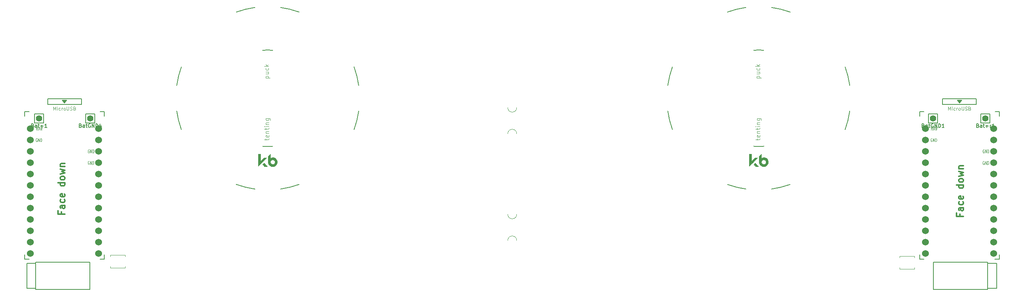
<source format=gbr>
%TF.GenerationSoftware,KiCad,Pcbnew,(6.0.0-0)*%
%TF.CreationDate,2022-02-08T15:13:43+01:00*%
%TF.ProjectId,sweepv2.1,73776565-7076-4322-9e31-2e6b69636164,rev?*%
%TF.SameCoordinates,Original*%
%TF.FileFunction,Legend,Top*%
%TF.FilePolarity,Positive*%
%FSLAX46Y46*%
G04 Gerber Fmt 4.6, Leading zero omitted, Abs format (unit mm)*
G04 Created by KiCad (PCBNEW (6.0.0-0)) date 2022-02-08 15:13:43*
%MOMM*%
%LPD*%
G01*
G04 APERTURE LIST*
%ADD10C,0.300000*%
%ADD11C,0.120000*%
%ADD12C,0.125000*%
%ADD13C,0.150000*%
%ADD14C,0.100000*%
%ADD15C,0.200000*%
%ADD16C,0.010000*%
%ADD17C,1.524000*%
%ADD18C,1.397000*%
G04 APERTURE END LIST*
D10*
X230270857Y-72198857D02*
X230270857Y-72698857D01*
X231056571Y-72698857D02*
X229556571Y-72698857D01*
X229556571Y-71984571D01*
X231056571Y-70770285D02*
X230270857Y-70770285D01*
X230128000Y-70841714D01*
X230056571Y-70984571D01*
X230056571Y-71270285D01*
X230128000Y-71413142D01*
X230985142Y-70770285D02*
X231056571Y-70913142D01*
X231056571Y-71270285D01*
X230985142Y-71413142D01*
X230842285Y-71484571D01*
X230699428Y-71484571D01*
X230556571Y-71413142D01*
X230485142Y-71270285D01*
X230485142Y-70913142D01*
X230413714Y-70770285D01*
X230985142Y-69413142D02*
X231056571Y-69556000D01*
X231056571Y-69841714D01*
X230985142Y-69984571D01*
X230913714Y-70056000D01*
X230770857Y-70127428D01*
X230342285Y-70127428D01*
X230199428Y-70056000D01*
X230128000Y-69984571D01*
X230056571Y-69841714D01*
X230056571Y-69556000D01*
X230128000Y-69413142D01*
X230985142Y-68198857D02*
X231056571Y-68341714D01*
X231056571Y-68627428D01*
X230985142Y-68770285D01*
X230842285Y-68841714D01*
X230270857Y-68841714D01*
X230128000Y-68770285D01*
X230056571Y-68627428D01*
X230056571Y-68341714D01*
X230128000Y-68198857D01*
X230270857Y-68127428D01*
X230413714Y-68127428D01*
X230556571Y-68841714D01*
X231056571Y-65698857D02*
X229556571Y-65698857D01*
X230985142Y-65698857D02*
X231056571Y-65841714D01*
X231056571Y-66127428D01*
X230985142Y-66270285D01*
X230913714Y-66341714D01*
X230770857Y-66413142D01*
X230342285Y-66413142D01*
X230199428Y-66341714D01*
X230128000Y-66270285D01*
X230056571Y-66127428D01*
X230056571Y-65841714D01*
X230128000Y-65698857D01*
X231056571Y-64770285D02*
X230985142Y-64913142D01*
X230913714Y-64984571D01*
X230770857Y-65056000D01*
X230342285Y-65056000D01*
X230199428Y-64984571D01*
X230128000Y-64913142D01*
X230056571Y-64770285D01*
X230056571Y-64556000D01*
X230128000Y-64413142D01*
X230199428Y-64341714D01*
X230342285Y-64270285D01*
X230770857Y-64270285D01*
X230913714Y-64341714D01*
X230985142Y-64413142D01*
X231056571Y-64556000D01*
X231056571Y-64770285D01*
X230056571Y-63770285D02*
X231056571Y-63484571D01*
X230342285Y-63198857D01*
X231056571Y-62913142D01*
X230056571Y-62627428D01*
X230056571Y-62056000D02*
X231056571Y-62056000D01*
X230199428Y-62056000D02*
X230128000Y-61984571D01*
X230056571Y-61841714D01*
X230056571Y-61627428D01*
X230128000Y-61484571D01*
X230270857Y-61413142D01*
X231056571Y-61413142D01*
X29610857Y-71690857D02*
X29610857Y-72190857D01*
X30396571Y-72190857D02*
X28896571Y-72190857D01*
X28896571Y-71476571D01*
X30396571Y-70262285D02*
X29610857Y-70262285D01*
X29468000Y-70333714D01*
X29396571Y-70476571D01*
X29396571Y-70762285D01*
X29468000Y-70905142D01*
X30325142Y-70262285D02*
X30396571Y-70405142D01*
X30396571Y-70762285D01*
X30325142Y-70905142D01*
X30182285Y-70976571D01*
X30039428Y-70976571D01*
X29896571Y-70905142D01*
X29825142Y-70762285D01*
X29825142Y-70405142D01*
X29753714Y-70262285D01*
X30325142Y-68905142D02*
X30396571Y-69048000D01*
X30396571Y-69333714D01*
X30325142Y-69476571D01*
X30253714Y-69548000D01*
X30110857Y-69619428D01*
X29682285Y-69619428D01*
X29539428Y-69548000D01*
X29468000Y-69476571D01*
X29396571Y-69333714D01*
X29396571Y-69048000D01*
X29468000Y-68905142D01*
X30325142Y-67690857D02*
X30396571Y-67833714D01*
X30396571Y-68119428D01*
X30325142Y-68262285D01*
X30182285Y-68333714D01*
X29610857Y-68333714D01*
X29468000Y-68262285D01*
X29396571Y-68119428D01*
X29396571Y-67833714D01*
X29468000Y-67690857D01*
X29610857Y-67619428D01*
X29753714Y-67619428D01*
X29896571Y-68333714D01*
X30396571Y-65190857D02*
X28896571Y-65190857D01*
X30325142Y-65190857D02*
X30396571Y-65333714D01*
X30396571Y-65619428D01*
X30325142Y-65762285D01*
X30253714Y-65833714D01*
X30110857Y-65905142D01*
X29682285Y-65905142D01*
X29539428Y-65833714D01*
X29468000Y-65762285D01*
X29396571Y-65619428D01*
X29396571Y-65333714D01*
X29468000Y-65190857D01*
X30396571Y-64262285D02*
X30325142Y-64405142D01*
X30253714Y-64476571D01*
X30110857Y-64548000D01*
X29682285Y-64548000D01*
X29539428Y-64476571D01*
X29468000Y-64405142D01*
X29396571Y-64262285D01*
X29396571Y-64048000D01*
X29468000Y-63905142D01*
X29539428Y-63833714D01*
X29682285Y-63762285D01*
X30110857Y-63762285D01*
X30253714Y-63833714D01*
X30325142Y-63905142D01*
X30396571Y-64048000D01*
X30396571Y-64262285D01*
X29396571Y-63262285D02*
X30396571Y-62976571D01*
X29682285Y-62690857D01*
X30396571Y-62405142D01*
X29396571Y-62119428D01*
X29396571Y-61548000D02*
X30396571Y-61548000D01*
X29539428Y-61548000D02*
X29468000Y-61476571D01*
X29396571Y-61333714D01*
X29396571Y-61119428D01*
X29468000Y-60976571D01*
X29610857Y-60905142D01*
X30396571Y-60905142D01*
D11*
%TO.C,U1*%
X227681571Y-48953285D02*
X227681571Y-48203285D01*
X227931571Y-48739000D01*
X228181571Y-48203285D01*
X228181571Y-48953285D01*
X228538714Y-48953285D02*
X228538714Y-48453285D01*
X228538714Y-48203285D02*
X228503000Y-48239000D01*
X228538714Y-48274714D01*
X228574428Y-48239000D01*
X228538714Y-48203285D01*
X228538714Y-48274714D01*
X229217285Y-48917571D02*
X229145857Y-48953285D01*
X229003000Y-48953285D01*
X228931571Y-48917571D01*
X228895857Y-48881857D01*
X228860142Y-48810428D01*
X228860142Y-48596142D01*
X228895857Y-48524714D01*
X228931571Y-48489000D01*
X229003000Y-48453285D01*
X229145857Y-48453285D01*
X229217285Y-48489000D01*
X229538714Y-48953285D02*
X229538714Y-48453285D01*
X229538714Y-48596142D02*
X229574428Y-48524714D01*
X229610142Y-48489000D01*
X229681571Y-48453285D01*
X229753000Y-48453285D01*
X230110142Y-48953285D02*
X230038714Y-48917571D01*
X230003000Y-48881857D01*
X229967285Y-48810428D01*
X229967285Y-48596142D01*
X230003000Y-48524714D01*
X230038714Y-48489000D01*
X230110142Y-48453285D01*
X230217285Y-48453285D01*
X230288714Y-48489000D01*
X230324428Y-48524714D01*
X230360142Y-48596142D01*
X230360142Y-48810428D01*
X230324428Y-48881857D01*
X230288714Y-48917571D01*
X230217285Y-48953285D01*
X230110142Y-48953285D01*
X230681571Y-48203285D02*
X230681571Y-48810428D01*
X230717285Y-48881857D01*
X230753000Y-48917571D01*
X230824428Y-48953285D01*
X230967285Y-48953285D01*
X231038714Y-48917571D01*
X231074428Y-48881857D01*
X231110142Y-48810428D01*
X231110142Y-48203285D01*
X231431571Y-48917571D02*
X231538714Y-48953285D01*
X231717285Y-48953285D01*
X231788714Y-48917571D01*
X231824428Y-48881857D01*
X231860142Y-48810428D01*
X231860142Y-48739000D01*
X231824428Y-48667571D01*
X231788714Y-48631857D01*
X231717285Y-48596142D01*
X231574428Y-48560428D01*
X231503000Y-48524714D01*
X231467285Y-48489000D01*
X231431571Y-48417571D01*
X231431571Y-48346142D01*
X231467285Y-48274714D01*
X231503000Y-48239000D01*
X231574428Y-48203285D01*
X231753000Y-48203285D01*
X231860142Y-48239000D01*
X232431571Y-48560428D02*
X232538714Y-48596142D01*
X232574428Y-48631857D01*
X232610142Y-48703285D01*
X232610142Y-48810428D01*
X232574428Y-48881857D01*
X232538714Y-48917571D01*
X232467285Y-48953285D01*
X232181571Y-48953285D01*
X232181571Y-48203285D01*
X232431571Y-48203285D01*
X232503000Y-48239000D01*
X232538714Y-48274714D01*
X232574428Y-48346142D01*
X232574428Y-48417571D01*
X232538714Y-48489000D01*
X232503000Y-48524714D01*
X232431571Y-48560428D01*
X232181571Y-48560428D01*
D12*
X235657047Y-60389000D02*
X235609428Y-60353285D01*
X235538000Y-60353285D01*
X235466571Y-60389000D01*
X235418952Y-60460428D01*
X235395142Y-60531857D01*
X235371333Y-60674714D01*
X235371333Y-60781857D01*
X235395142Y-60924714D01*
X235418952Y-60996142D01*
X235466571Y-61067571D01*
X235538000Y-61103285D01*
X235585619Y-61103285D01*
X235657047Y-61067571D01*
X235680857Y-61031857D01*
X235680857Y-60781857D01*
X235585619Y-60781857D01*
X235895142Y-61103285D02*
X235895142Y-60353285D01*
X236180857Y-61103285D01*
X236180857Y-60353285D01*
X236418952Y-61103285D02*
X236418952Y-60353285D01*
X236538000Y-60353285D01*
X236609428Y-60389000D01*
X236657047Y-60460428D01*
X236680857Y-60531857D01*
X236704666Y-60674714D01*
X236704666Y-60781857D01*
X236680857Y-60924714D01*
X236657047Y-60996142D01*
X236609428Y-61067571D01*
X236538000Y-61103285D01*
X236418952Y-61103285D01*
X224162761Y-53383285D02*
X223996095Y-53026142D01*
X223877047Y-53383285D02*
X223877047Y-52633285D01*
X224067523Y-52633285D01*
X224115142Y-52669000D01*
X224138952Y-52704714D01*
X224162761Y-52776142D01*
X224162761Y-52883285D01*
X224138952Y-52954714D01*
X224115142Y-52990428D01*
X224067523Y-53026142D01*
X223877047Y-53026142D01*
X224353238Y-53169000D02*
X224591333Y-53169000D01*
X224305619Y-53383285D02*
X224472285Y-52633285D01*
X224638952Y-53383285D01*
X224758000Y-52633285D02*
X224877047Y-53383285D01*
X224972285Y-52847571D01*
X225067523Y-53383285D01*
X225186571Y-52633285D01*
D13*
D12*
X235677047Y-57809000D02*
X235629428Y-57773285D01*
X235558000Y-57773285D01*
X235486571Y-57809000D01*
X235438952Y-57880428D01*
X235415142Y-57951857D01*
X235391333Y-58094714D01*
X235391333Y-58201857D01*
X235415142Y-58344714D01*
X235438952Y-58416142D01*
X235486571Y-58487571D01*
X235558000Y-58523285D01*
X235605619Y-58523285D01*
X235677047Y-58487571D01*
X235700857Y-58451857D01*
X235700857Y-58201857D01*
X235605619Y-58201857D01*
X235915142Y-58523285D02*
X235915142Y-57773285D01*
X236200857Y-58523285D01*
X236200857Y-57773285D01*
X236438952Y-58523285D02*
X236438952Y-57773285D01*
X236558000Y-57773285D01*
X236629428Y-57809000D01*
X236677047Y-57880428D01*
X236700857Y-57951857D01*
X236724666Y-58094714D01*
X236724666Y-58201857D01*
X236700857Y-58344714D01*
X236677047Y-58416142D01*
X236629428Y-58487571D01*
X236558000Y-58523285D01*
X236438952Y-58523285D01*
X224027047Y-55279000D02*
X223979428Y-55243285D01*
X223908000Y-55243285D01*
X223836571Y-55279000D01*
X223788952Y-55350428D01*
X223765142Y-55421857D01*
X223741333Y-55564714D01*
X223741333Y-55671857D01*
X223765142Y-55814714D01*
X223788952Y-55886142D01*
X223836571Y-55957571D01*
X223908000Y-55993285D01*
X223955619Y-55993285D01*
X224027047Y-55957571D01*
X224050857Y-55921857D01*
X224050857Y-55671857D01*
X223955619Y-55671857D01*
X224265142Y-55993285D02*
X224265142Y-55243285D01*
X224550857Y-55993285D01*
X224550857Y-55243285D01*
X224788952Y-55993285D02*
X224788952Y-55243285D01*
X224908000Y-55243285D01*
X224979428Y-55279000D01*
X225027047Y-55350428D01*
X225050857Y-55421857D01*
X225074666Y-55564714D01*
X225074666Y-55671857D01*
X225050857Y-55814714D01*
X225027047Y-55886142D01*
X224979428Y-55957571D01*
X224908000Y-55993285D01*
X224788952Y-55993285D01*
D14*
%TO.C,REF\u002A\u002A*%
X184951214Y-55640000D02*
X184951214Y-55259047D01*
X184617880Y-55497142D02*
X185475023Y-55497142D01*
X185570261Y-55449523D01*
X185617880Y-55354285D01*
X185617880Y-55259047D01*
X185570261Y-54544761D02*
X185617880Y-54640000D01*
X185617880Y-54830476D01*
X185570261Y-54925714D01*
X185475023Y-54973333D01*
X185094071Y-54973333D01*
X184998833Y-54925714D01*
X184951214Y-54830476D01*
X184951214Y-54640000D01*
X184998833Y-54544761D01*
X185094071Y-54497142D01*
X185189309Y-54497142D01*
X185284547Y-54973333D01*
X184951214Y-54068571D02*
X185617880Y-54068571D01*
X185046452Y-54068571D02*
X184998833Y-54020952D01*
X184951214Y-53925714D01*
X184951214Y-53782857D01*
X184998833Y-53687619D01*
X185094071Y-53640000D01*
X185617880Y-53640000D01*
X184951214Y-53306666D02*
X184951214Y-52925714D01*
X184617880Y-53163809D02*
X185475023Y-53163809D01*
X185570261Y-53116190D01*
X185617880Y-53020952D01*
X185617880Y-52925714D01*
X185617880Y-52592380D02*
X184951214Y-52592380D01*
X184617880Y-52592380D02*
X184665500Y-52640000D01*
X184713119Y-52592380D01*
X184665500Y-52544761D01*
X184617880Y-52592380D01*
X184713119Y-52592380D01*
X184951214Y-52116190D02*
X185617880Y-52116190D01*
X185046452Y-52116190D02*
X184998833Y-52068571D01*
X184951214Y-51973333D01*
X184951214Y-51830476D01*
X184998833Y-51735238D01*
X185094071Y-51687619D01*
X185617880Y-51687619D01*
X184951214Y-50782857D02*
X185760738Y-50782857D01*
X185855976Y-50830476D01*
X185903595Y-50878095D01*
X185951214Y-50973333D01*
X185951214Y-51116190D01*
X185903595Y-51211428D01*
X185570261Y-50782857D02*
X185617880Y-50878095D01*
X185617880Y-51068571D01*
X185570261Y-51163809D01*
X185522642Y-51211428D01*
X185427404Y-51259047D01*
X185141690Y-51259047D01*
X185046452Y-51211428D01*
X184998833Y-51163809D01*
X184951214Y-51068571D01*
X184951214Y-50878095D01*
X184998833Y-50782857D01*
X184887714Y-41749500D02*
X185887714Y-41749500D01*
X184935333Y-41749500D02*
X184887714Y-41654261D01*
X184887714Y-41463785D01*
X184935333Y-41368547D01*
X184982952Y-41320928D01*
X185078190Y-41273309D01*
X185363904Y-41273309D01*
X185459142Y-41320928D01*
X185506761Y-41368547D01*
X185554380Y-41463785D01*
X185554380Y-41654261D01*
X185506761Y-41749500D01*
X184887714Y-40416166D02*
X185554380Y-40416166D01*
X184887714Y-40844738D02*
X185411523Y-40844738D01*
X185506761Y-40797119D01*
X185554380Y-40701880D01*
X185554380Y-40559023D01*
X185506761Y-40463785D01*
X185459142Y-40416166D01*
X185506761Y-39511404D02*
X185554380Y-39606642D01*
X185554380Y-39797119D01*
X185506761Y-39892357D01*
X185459142Y-39939976D01*
X185363904Y-39987595D01*
X185078190Y-39987595D01*
X184982952Y-39939976D01*
X184935333Y-39892357D01*
X184887714Y-39797119D01*
X184887714Y-39606642D01*
X184935333Y-39511404D01*
X185554380Y-39082833D02*
X184554380Y-39082833D01*
X185173428Y-38987595D02*
X185554380Y-38701880D01*
X184887714Y-38701880D02*
X185268666Y-39082833D01*
D13*
%TO.C,Bat+r1*%
X234282342Y-52392942D02*
X234398457Y-52431647D01*
X234437161Y-52470352D01*
X234475866Y-52547761D01*
X234475866Y-52663876D01*
X234437161Y-52741285D01*
X234398457Y-52779990D01*
X234321047Y-52818695D01*
X234011409Y-52818695D01*
X234011409Y-52005895D01*
X234282342Y-52005895D01*
X234359752Y-52044600D01*
X234398457Y-52083304D01*
X234437161Y-52160714D01*
X234437161Y-52238123D01*
X234398457Y-52315533D01*
X234359752Y-52354238D01*
X234282342Y-52392942D01*
X234011409Y-52392942D01*
X235172552Y-52818695D02*
X235172552Y-52392942D01*
X235133847Y-52315533D01*
X235056438Y-52276828D01*
X234901619Y-52276828D01*
X234824209Y-52315533D01*
X235172552Y-52779990D02*
X235095142Y-52818695D01*
X234901619Y-52818695D01*
X234824209Y-52779990D01*
X234785504Y-52702580D01*
X234785504Y-52625171D01*
X234824209Y-52547761D01*
X234901619Y-52509057D01*
X235095142Y-52509057D01*
X235172552Y-52470352D01*
X235443485Y-52276828D02*
X235753123Y-52276828D01*
X235559600Y-52005895D02*
X235559600Y-52702580D01*
X235598304Y-52779990D01*
X235675714Y-52818695D01*
X235753123Y-52818695D01*
X236024057Y-52509057D02*
X236643333Y-52509057D01*
X236333695Y-52818695D02*
X236333695Y-52199419D01*
X237030380Y-52818695D02*
X237030380Y-52276828D01*
X237030380Y-52431647D02*
X237069085Y-52354238D01*
X237107790Y-52315533D01*
X237185200Y-52276828D01*
X237262609Y-52276828D01*
X237959295Y-52818695D02*
X237494838Y-52818695D01*
X237727066Y-52818695D02*
X237727066Y-52005895D01*
X237649657Y-52122009D01*
X237572247Y-52199419D01*
X237494838Y-52238123D01*
%TO.C,BatGND1*%
X222114533Y-52392942D02*
X222230647Y-52431647D01*
X222269352Y-52470352D01*
X222308057Y-52547761D01*
X222308057Y-52663876D01*
X222269352Y-52741285D01*
X222230647Y-52779990D01*
X222153238Y-52818695D01*
X221843600Y-52818695D01*
X221843600Y-52005895D01*
X222114533Y-52005895D01*
X222191942Y-52044600D01*
X222230647Y-52083304D01*
X222269352Y-52160714D01*
X222269352Y-52238123D01*
X222230647Y-52315533D01*
X222191942Y-52354238D01*
X222114533Y-52392942D01*
X221843600Y-52392942D01*
X223004742Y-52818695D02*
X223004742Y-52392942D01*
X222966038Y-52315533D01*
X222888628Y-52276828D01*
X222733809Y-52276828D01*
X222656400Y-52315533D01*
X223004742Y-52779990D02*
X222927333Y-52818695D01*
X222733809Y-52818695D01*
X222656400Y-52779990D01*
X222617695Y-52702580D01*
X222617695Y-52625171D01*
X222656400Y-52547761D01*
X222733809Y-52509057D01*
X222927333Y-52509057D01*
X223004742Y-52470352D01*
X223275676Y-52276828D02*
X223585314Y-52276828D01*
X223391790Y-52005895D02*
X223391790Y-52702580D01*
X223430495Y-52779990D01*
X223507904Y-52818695D01*
X223585314Y-52818695D01*
X224282000Y-52044600D02*
X224204590Y-52005895D01*
X224088476Y-52005895D01*
X223972361Y-52044600D01*
X223894952Y-52122009D01*
X223856247Y-52199419D01*
X223817542Y-52354238D01*
X223817542Y-52470352D01*
X223856247Y-52625171D01*
X223894952Y-52702580D01*
X223972361Y-52779990D01*
X224088476Y-52818695D01*
X224165885Y-52818695D01*
X224282000Y-52779990D01*
X224320704Y-52741285D01*
X224320704Y-52470352D01*
X224165885Y-52470352D01*
X224669047Y-52818695D02*
X224669047Y-52005895D01*
X225133504Y-52818695D01*
X225133504Y-52005895D01*
X225520552Y-52818695D02*
X225520552Y-52005895D01*
X225714076Y-52005895D01*
X225830190Y-52044600D01*
X225907600Y-52122009D01*
X225946304Y-52199419D01*
X225985009Y-52354238D01*
X225985009Y-52470352D01*
X225946304Y-52625171D01*
X225907600Y-52702580D01*
X225830190Y-52779990D01*
X225714076Y-52818695D01*
X225520552Y-52818695D01*
X226759104Y-52818695D02*
X226294647Y-52818695D01*
X226526876Y-52818695D02*
X226526876Y-52005895D01*
X226449466Y-52122009D01*
X226372057Y-52199419D01*
X226294647Y-52238123D01*
D12*
%TO.C,U2*%
X35805047Y-60389000D02*
X35757428Y-60353285D01*
X35686000Y-60353285D01*
X35614571Y-60389000D01*
X35566952Y-60460428D01*
X35543142Y-60531857D01*
X35519333Y-60674714D01*
X35519333Y-60781857D01*
X35543142Y-60924714D01*
X35566952Y-60996142D01*
X35614571Y-61067571D01*
X35686000Y-61103285D01*
X35733619Y-61103285D01*
X35805047Y-61067571D01*
X35828857Y-61031857D01*
X35828857Y-60781857D01*
X35733619Y-60781857D01*
X36043142Y-61103285D02*
X36043142Y-60353285D01*
X36328857Y-61103285D01*
X36328857Y-60353285D01*
X36566952Y-61103285D02*
X36566952Y-60353285D01*
X36686000Y-60353285D01*
X36757428Y-60389000D01*
X36805047Y-60460428D01*
X36828857Y-60531857D01*
X36852666Y-60674714D01*
X36852666Y-60781857D01*
X36828857Y-60924714D01*
X36805047Y-60996142D01*
X36757428Y-61067571D01*
X36686000Y-61103285D01*
X36566952Y-61103285D01*
X24310761Y-53383285D02*
X24144095Y-53026142D01*
X24025047Y-53383285D02*
X24025047Y-52633285D01*
X24215523Y-52633285D01*
X24263142Y-52669000D01*
X24286952Y-52704714D01*
X24310761Y-52776142D01*
X24310761Y-52883285D01*
X24286952Y-52954714D01*
X24263142Y-52990428D01*
X24215523Y-53026142D01*
X24025047Y-53026142D01*
X24501238Y-53169000D02*
X24739333Y-53169000D01*
X24453619Y-53383285D02*
X24620285Y-52633285D01*
X24786952Y-53383285D01*
X24906000Y-52633285D02*
X25025047Y-53383285D01*
X25120285Y-52847571D01*
X25215523Y-53383285D01*
X25334571Y-52633285D01*
X24175047Y-55279000D02*
X24127428Y-55243285D01*
X24056000Y-55243285D01*
X23984571Y-55279000D01*
X23936952Y-55350428D01*
X23913142Y-55421857D01*
X23889333Y-55564714D01*
X23889333Y-55671857D01*
X23913142Y-55814714D01*
X23936952Y-55886142D01*
X23984571Y-55957571D01*
X24056000Y-55993285D01*
X24103619Y-55993285D01*
X24175047Y-55957571D01*
X24198857Y-55921857D01*
X24198857Y-55671857D01*
X24103619Y-55671857D01*
X24413142Y-55993285D02*
X24413142Y-55243285D01*
X24698857Y-55993285D01*
X24698857Y-55243285D01*
X24936952Y-55993285D02*
X24936952Y-55243285D01*
X25056000Y-55243285D01*
X25127428Y-55279000D01*
X25175047Y-55350428D01*
X25198857Y-55421857D01*
X25222666Y-55564714D01*
X25222666Y-55671857D01*
X25198857Y-55814714D01*
X25175047Y-55886142D01*
X25127428Y-55957571D01*
X25056000Y-55993285D01*
X24936952Y-55993285D01*
D13*
D11*
X27829571Y-48953285D02*
X27829571Y-48203285D01*
X28079571Y-48739000D01*
X28329571Y-48203285D01*
X28329571Y-48953285D01*
X28686714Y-48953285D02*
X28686714Y-48453285D01*
X28686714Y-48203285D02*
X28651000Y-48239000D01*
X28686714Y-48274714D01*
X28722428Y-48239000D01*
X28686714Y-48203285D01*
X28686714Y-48274714D01*
X29365285Y-48917571D02*
X29293857Y-48953285D01*
X29151000Y-48953285D01*
X29079571Y-48917571D01*
X29043857Y-48881857D01*
X29008142Y-48810428D01*
X29008142Y-48596142D01*
X29043857Y-48524714D01*
X29079571Y-48489000D01*
X29151000Y-48453285D01*
X29293857Y-48453285D01*
X29365285Y-48489000D01*
X29686714Y-48953285D02*
X29686714Y-48453285D01*
X29686714Y-48596142D02*
X29722428Y-48524714D01*
X29758142Y-48489000D01*
X29829571Y-48453285D01*
X29901000Y-48453285D01*
X30258142Y-48953285D02*
X30186714Y-48917571D01*
X30151000Y-48881857D01*
X30115285Y-48810428D01*
X30115285Y-48596142D01*
X30151000Y-48524714D01*
X30186714Y-48489000D01*
X30258142Y-48453285D01*
X30365285Y-48453285D01*
X30436714Y-48489000D01*
X30472428Y-48524714D01*
X30508142Y-48596142D01*
X30508142Y-48810428D01*
X30472428Y-48881857D01*
X30436714Y-48917571D01*
X30365285Y-48953285D01*
X30258142Y-48953285D01*
X30829571Y-48203285D02*
X30829571Y-48810428D01*
X30865285Y-48881857D01*
X30901000Y-48917571D01*
X30972428Y-48953285D01*
X31115285Y-48953285D01*
X31186714Y-48917571D01*
X31222428Y-48881857D01*
X31258142Y-48810428D01*
X31258142Y-48203285D01*
X31579571Y-48917571D02*
X31686714Y-48953285D01*
X31865285Y-48953285D01*
X31936714Y-48917571D01*
X31972428Y-48881857D01*
X32008142Y-48810428D01*
X32008142Y-48739000D01*
X31972428Y-48667571D01*
X31936714Y-48631857D01*
X31865285Y-48596142D01*
X31722428Y-48560428D01*
X31651000Y-48524714D01*
X31615285Y-48489000D01*
X31579571Y-48417571D01*
X31579571Y-48346142D01*
X31615285Y-48274714D01*
X31651000Y-48239000D01*
X31722428Y-48203285D01*
X31901000Y-48203285D01*
X32008142Y-48239000D01*
X32579571Y-48560428D02*
X32686714Y-48596142D01*
X32722428Y-48631857D01*
X32758142Y-48703285D01*
X32758142Y-48810428D01*
X32722428Y-48881857D01*
X32686714Y-48917571D01*
X32615285Y-48953285D01*
X32329571Y-48953285D01*
X32329571Y-48203285D01*
X32579571Y-48203285D01*
X32651000Y-48239000D01*
X32686714Y-48274714D01*
X32722428Y-48346142D01*
X32722428Y-48417571D01*
X32686714Y-48489000D01*
X32651000Y-48524714D01*
X32579571Y-48560428D01*
X32329571Y-48560428D01*
D12*
X35825047Y-57809000D02*
X35777428Y-57773285D01*
X35706000Y-57773285D01*
X35634571Y-57809000D01*
X35586952Y-57880428D01*
X35563142Y-57951857D01*
X35539333Y-58094714D01*
X35539333Y-58201857D01*
X35563142Y-58344714D01*
X35586952Y-58416142D01*
X35634571Y-58487571D01*
X35706000Y-58523285D01*
X35753619Y-58523285D01*
X35825047Y-58487571D01*
X35848857Y-58451857D01*
X35848857Y-58201857D01*
X35753619Y-58201857D01*
X36063142Y-58523285D02*
X36063142Y-57773285D01*
X36348857Y-58523285D01*
X36348857Y-57773285D01*
X36586952Y-58523285D02*
X36586952Y-57773285D01*
X36706000Y-57773285D01*
X36777428Y-57809000D01*
X36825047Y-57880428D01*
X36848857Y-57951857D01*
X36872666Y-58094714D01*
X36872666Y-58201857D01*
X36848857Y-58344714D01*
X36825047Y-58416142D01*
X36777428Y-58487571D01*
X36706000Y-58523285D01*
X36586952Y-58523285D01*
D14*
%TO.C,REF\u002A\u002A*%
X75223714Y-41749500D02*
X76223714Y-41749500D01*
X75271333Y-41749500D02*
X75223714Y-41654261D01*
X75223714Y-41463785D01*
X75271333Y-41368547D01*
X75318952Y-41320928D01*
X75414190Y-41273309D01*
X75699904Y-41273309D01*
X75795142Y-41320928D01*
X75842761Y-41368547D01*
X75890380Y-41463785D01*
X75890380Y-41654261D01*
X75842761Y-41749500D01*
X75223714Y-40416166D02*
X75890380Y-40416166D01*
X75223714Y-40844738D02*
X75747523Y-40844738D01*
X75842761Y-40797119D01*
X75890380Y-40701880D01*
X75890380Y-40559023D01*
X75842761Y-40463785D01*
X75795142Y-40416166D01*
X75842761Y-39511404D02*
X75890380Y-39606642D01*
X75890380Y-39797119D01*
X75842761Y-39892357D01*
X75795142Y-39939976D01*
X75699904Y-39987595D01*
X75414190Y-39987595D01*
X75318952Y-39939976D01*
X75271333Y-39892357D01*
X75223714Y-39797119D01*
X75223714Y-39606642D01*
X75271333Y-39511404D01*
X75890380Y-39082833D02*
X74890380Y-39082833D01*
X75509428Y-38987595D02*
X75890380Y-38701880D01*
X75223714Y-38701880D02*
X75604666Y-39082833D01*
X75287214Y-55640000D02*
X75287214Y-55259047D01*
X74953880Y-55497142D02*
X75811023Y-55497142D01*
X75906261Y-55449523D01*
X75953880Y-55354285D01*
X75953880Y-55259047D01*
X75906261Y-54544761D02*
X75953880Y-54640000D01*
X75953880Y-54830476D01*
X75906261Y-54925714D01*
X75811023Y-54973333D01*
X75430071Y-54973333D01*
X75334833Y-54925714D01*
X75287214Y-54830476D01*
X75287214Y-54640000D01*
X75334833Y-54544761D01*
X75430071Y-54497142D01*
X75525309Y-54497142D01*
X75620547Y-54973333D01*
X75287214Y-54068571D02*
X75953880Y-54068571D01*
X75382452Y-54068571D02*
X75334833Y-54020952D01*
X75287214Y-53925714D01*
X75287214Y-53782857D01*
X75334833Y-53687619D01*
X75430071Y-53640000D01*
X75953880Y-53640000D01*
X75287214Y-53306666D02*
X75287214Y-52925714D01*
X74953880Y-53163809D02*
X75811023Y-53163809D01*
X75906261Y-53116190D01*
X75953880Y-53020952D01*
X75953880Y-52925714D01*
X75953880Y-52592380D02*
X75287214Y-52592380D01*
X74953880Y-52592380D02*
X75001500Y-52640000D01*
X75049119Y-52592380D01*
X75001500Y-52544761D01*
X74953880Y-52592380D01*
X75049119Y-52592380D01*
X75287214Y-52116190D02*
X75953880Y-52116190D01*
X75382452Y-52116190D02*
X75334833Y-52068571D01*
X75287214Y-51973333D01*
X75287214Y-51830476D01*
X75334833Y-51735238D01*
X75430071Y-51687619D01*
X75953880Y-51687619D01*
X75287214Y-50782857D02*
X76096738Y-50782857D01*
X76191976Y-50830476D01*
X76239595Y-50878095D01*
X76287214Y-50973333D01*
X76287214Y-51116190D01*
X76239595Y-51211428D01*
X75906261Y-50782857D02*
X75953880Y-50878095D01*
X75953880Y-51068571D01*
X75906261Y-51163809D01*
X75858642Y-51211428D01*
X75763404Y-51259047D01*
X75477690Y-51259047D01*
X75382452Y-51211428D01*
X75334833Y-51163809D01*
X75287214Y-51068571D01*
X75287214Y-50878095D01*
X75334833Y-50782857D01*
D13*
%TO.C,BatGND4*%
X33900533Y-52392942D02*
X34016647Y-52431647D01*
X34055352Y-52470352D01*
X34094057Y-52547761D01*
X34094057Y-52663876D01*
X34055352Y-52741285D01*
X34016647Y-52779990D01*
X33939238Y-52818695D01*
X33629600Y-52818695D01*
X33629600Y-52005895D01*
X33900533Y-52005895D01*
X33977942Y-52044600D01*
X34016647Y-52083304D01*
X34055352Y-52160714D01*
X34055352Y-52238123D01*
X34016647Y-52315533D01*
X33977942Y-52354238D01*
X33900533Y-52392942D01*
X33629600Y-52392942D01*
X34790742Y-52818695D02*
X34790742Y-52392942D01*
X34752038Y-52315533D01*
X34674628Y-52276828D01*
X34519809Y-52276828D01*
X34442400Y-52315533D01*
X34790742Y-52779990D02*
X34713333Y-52818695D01*
X34519809Y-52818695D01*
X34442400Y-52779990D01*
X34403695Y-52702580D01*
X34403695Y-52625171D01*
X34442400Y-52547761D01*
X34519809Y-52509057D01*
X34713333Y-52509057D01*
X34790742Y-52470352D01*
X35061676Y-52276828D02*
X35371314Y-52276828D01*
X35177790Y-52005895D02*
X35177790Y-52702580D01*
X35216495Y-52779990D01*
X35293904Y-52818695D01*
X35371314Y-52818695D01*
X36068000Y-52044600D02*
X35990590Y-52005895D01*
X35874476Y-52005895D01*
X35758361Y-52044600D01*
X35680952Y-52122009D01*
X35642247Y-52199419D01*
X35603542Y-52354238D01*
X35603542Y-52470352D01*
X35642247Y-52625171D01*
X35680952Y-52702580D01*
X35758361Y-52779990D01*
X35874476Y-52818695D01*
X35951885Y-52818695D01*
X36068000Y-52779990D01*
X36106704Y-52741285D01*
X36106704Y-52470352D01*
X35951885Y-52470352D01*
X36455047Y-52818695D02*
X36455047Y-52005895D01*
X36919504Y-52818695D01*
X36919504Y-52005895D01*
X37306552Y-52818695D02*
X37306552Y-52005895D01*
X37500076Y-52005895D01*
X37616190Y-52044600D01*
X37693600Y-52122009D01*
X37732304Y-52199419D01*
X37771009Y-52354238D01*
X37771009Y-52470352D01*
X37732304Y-52625171D01*
X37693600Y-52702580D01*
X37616190Y-52779990D01*
X37500076Y-52818695D01*
X37306552Y-52818695D01*
X38467695Y-52276828D02*
X38467695Y-52818695D01*
X38274171Y-51967190D02*
X38080647Y-52547761D01*
X38583809Y-52547761D01*
%TO.C,Bat+1*%
X23205923Y-52392942D02*
X23322038Y-52431647D01*
X23360742Y-52470352D01*
X23399447Y-52547761D01*
X23399447Y-52663876D01*
X23360742Y-52741285D01*
X23322038Y-52779990D01*
X23244628Y-52818695D01*
X22934990Y-52818695D01*
X22934990Y-52005895D01*
X23205923Y-52005895D01*
X23283333Y-52044600D01*
X23322038Y-52083304D01*
X23360742Y-52160714D01*
X23360742Y-52238123D01*
X23322038Y-52315533D01*
X23283333Y-52354238D01*
X23205923Y-52392942D01*
X22934990Y-52392942D01*
X24096133Y-52818695D02*
X24096133Y-52392942D01*
X24057428Y-52315533D01*
X23980019Y-52276828D01*
X23825200Y-52276828D01*
X23747790Y-52315533D01*
X24096133Y-52779990D02*
X24018723Y-52818695D01*
X23825200Y-52818695D01*
X23747790Y-52779990D01*
X23709085Y-52702580D01*
X23709085Y-52625171D01*
X23747790Y-52547761D01*
X23825200Y-52509057D01*
X24018723Y-52509057D01*
X24096133Y-52470352D01*
X24367066Y-52276828D02*
X24676704Y-52276828D01*
X24483180Y-52005895D02*
X24483180Y-52702580D01*
X24521885Y-52779990D01*
X24599295Y-52818695D01*
X24676704Y-52818695D01*
X24947638Y-52509057D02*
X25566914Y-52509057D01*
X25257276Y-52818695D02*
X25257276Y-52199419D01*
X26379714Y-52818695D02*
X25915257Y-52818695D01*
X26147485Y-52818695D02*
X26147485Y-52005895D01*
X26070076Y-52122009D01*
X25992666Y-52199419D01*
X25915257Y-52238123D01*
%TO.C,U1*%
X229828000Y-46864000D02*
X230528000Y-46864000D01*
X229678000Y-46714000D02*
X230678000Y-46714000D01*
X221278000Y-49264000D02*
X221278000Y-50264000D01*
X226428000Y-47664000D02*
X233928000Y-47664000D01*
X221278000Y-82314000D02*
X222278000Y-82314000D01*
X239078000Y-49264000D02*
X238128000Y-49264000D01*
X229928000Y-47014000D02*
X230428000Y-47014000D01*
X239078000Y-82314000D02*
X238068000Y-82314000D01*
X233928000Y-47664000D02*
X233928000Y-46364000D01*
X239078000Y-81314000D02*
X239078000Y-82314000D01*
X221278000Y-81264000D02*
X221278000Y-82314000D01*
X239078000Y-49264000D02*
X239078000Y-50264000D01*
X221278000Y-49264000D02*
X222278000Y-49264000D01*
X230028000Y-47164000D02*
X230328000Y-47164000D01*
X233928000Y-46364000D02*
X226428000Y-46364000D01*
X230178000Y-47364000D02*
X229678000Y-46714000D01*
X230678000Y-46714000D02*
X230178000Y-47364000D01*
X226428000Y-46364000D02*
X226428000Y-47664000D01*
%TO.C,J2*%
X236474000Y-89102000D02*
X236474000Y-83002000D01*
X236474000Y-83002000D02*
X224374000Y-83002000D01*
X238474000Y-88852000D02*
X238474000Y-83252000D01*
X236474000Y-89102000D02*
X224374000Y-89102000D01*
X224374000Y-89102000D02*
X224374000Y-83002000D01*
X236474000Y-88852000D02*
X238474000Y-88852000D01*
X236474000Y-83252000D02*
X238474000Y-83252000D01*
D14*
%TO.C,mouse-bite-2mm-slot*%
X131302000Y-54229000D02*
G75*
G03*
X129302000Y-54229000I-1000000J0D01*
G01*
X129302000Y-48387000D02*
G75*
G03*
X131302000Y-48387000I1000000J0D01*
G01*
X131302000Y-78105000D02*
G75*
G03*
X129302000Y-78105000I-1000000J0D01*
G01*
X129302000Y-72263000D02*
G75*
G03*
X131302000Y-72263000I1000000J0D01*
G01*
D11*
%TO.C,RSW1*%
X220090000Y-81658000D02*
X220090000Y-81958000D01*
X216790000Y-84458000D02*
X220090000Y-84458000D01*
X216790000Y-84158000D02*
X216790000Y-84458000D01*
X220090000Y-84458000D02*
X220090000Y-84158000D01*
X216790000Y-81658000D02*
X220090000Y-81658000D01*
X216790000Y-81958000D02*
X216790000Y-81658000D01*
D15*
%TO.C,REF\u002A\u002A*%
X185356000Y-57077000D02*
G75*
G03*
X186484385Y-57017864I6J10794921D01*
G01*
X192364047Y-26995866D02*
G75*
G03*
X188213500Y-25962000I-7008037J-19286087D01*
G01*
X188213500Y-66602000D02*
G75*
G03*
X192364047Y-65568134I-2857490J20319953D01*
G01*
X178347954Y-65568135D02*
G75*
G03*
X182498500Y-66602000I7008058J19286185D01*
G01*
X205676000Y-43424500D02*
G75*
G03*
X204642135Y-39273955I-20320019J-2857506D01*
G01*
X186484385Y-35546136D02*
G75*
G03*
X185356000Y-35487000I-1128379J-10735785D01*
G01*
X166069866Y-39273952D02*
G75*
G03*
X165036000Y-43424500I19286117J-7008044D01*
G01*
X184227615Y-57017864D02*
G75*
G03*
X185356000Y-57077000I1128379J10735785D01*
G01*
X204642135Y-53290046D02*
G75*
G03*
X205676000Y-49139500I-19286185J7008058D01*
G01*
X165036000Y-49139500D02*
G75*
G03*
X166069866Y-53290047I20319953J2857490D01*
G01*
X182498500Y-25962000D02*
G75*
G03*
X178347952Y-26995866I2857496J-20319983D01*
G01*
X185356000Y-35487000D02*
G75*
G03*
X184227615Y-35546136I-6J-10794921D01*
G01*
D16*
X185934279Y-59229650D02*
X185934471Y-59333890D01*
X185934471Y-59333890D02*
X185934960Y-59430635D01*
X185934960Y-59430635D02*
X185935710Y-59517521D01*
X185935710Y-59517521D02*
X185936686Y-59592183D01*
X185936686Y-59592183D02*
X185937855Y-59652258D01*
X185937855Y-59652258D02*
X185939182Y-59695381D01*
X185939182Y-59695381D02*
X185940631Y-59719188D01*
X185940631Y-59719188D02*
X185941539Y-59723218D01*
X185941539Y-59723218D02*
X185953970Y-59716904D01*
X185953970Y-59716904D02*
X185978816Y-59700561D01*
X185978816Y-59700561D02*
X186002950Y-59683359D01*
X186002950Y-59683359D02*
X186117647Y-59612637D01*
X186117647Y-59612637D02*
X186239863Y-59563533D01*
X186239863Y-59563533D02*
X186370246Y-59535857D01*
X186370246Y-59535857D02*
X186509447Y-59529419D01*
X186509447Y-59529419D02*
X186527259Y-59530087D01*
X186527259Y-59530087D02*
X186616894Y-59536639D01*
X186616894Y-59536639D02*
X186693377Y-59548576D01*
X186693377Y-59548576D02*
X186765029Y-59568068D01*
X186765029Y-59568068D02*
X186840167Y-59597285D01*
X186840167Y-59597285D02*
X186910018Y-59629924D01*
X186910018Y-59629924D02*
X187037951Y-59705217D01*
X187037951Y-59705217D02*
X187150871Y-59797197D01*
X187150871Y-59797197D02*
X187247765Y-59904186D01*
X187247765Y-59904186D02*
X187327623Y-60024511D01*
X187327623Y-60024511D02*
X187389433Y-60156496D01*
X187389433Y-60156496D02*
X187432185Y-60298465D01*
X187432185Y-60298465D02*
X187454866Y-60448744D01*
X187454866Y-60448744D02*
X187458427Y-60538414D01*
X187458427Y-60538414D02*
X187448136Y-60690892D01*
X187448136Y-60690892D02*
X187416780Y-60835456D01*
X187416780Y-60835456D02*
X187363635Y-60974692D01*
X187363635Y-60974692D02*
X187306380Y-61081611D01*
X187306380Y-61081611D02*
X187220668Y-61201904D01*
X187220668Y-61201904D02*
X187119055Y-61306753D01*
X187119055Y-61306753D02*
X187003722Y-61395075D01*
X187003722Y-61395075D02*
X186876847Y-61465789D01*
X186876847Y-61465789D02*
X186740611Y-61517812D01*
X186740611Y-61517812D02*
X186597192Y-61550065D01*
X186597192Y-61550065D02*
X186448771Y-61561464D01*
X186448771Y-61561464D02*
X186348525Y-61556981D01*
X186348525Y-61556981D02*
X186203917Y-61532100D01*
X186203917Y-61532100D02*
X186063349Y-61485825D01*
X186063349Y-61485825D02*
X185930176Y-61419846D01*
X185930176Y-61419846D02*
X185807756Y-61335849D01*
X185807756Y-61335849D02*
X185699444Y-61235523D01*
X185699444Y-61235523D02*
X185691050Y-61226357D01*
X185691050Y-61226357D02*
X185609919Y-61122237D01*
X185609919Y-61122237D02*
X185540227Y-61004055D01*
X185540227Y-61004055D02*
X185485061Y-60878192D01*
X185485061Y-60878192D02*
X185447508Y-60751032D01*
X185447508Y-60751032D02*
X185438639Y-60704582D01*
X185438639Y-60704582D02*
X185436026Y-60676187D01*
X185436026Y-60676187D02*
X185433681Y-60626115D01*
X185433681Y-60626115D02*
X185432212Y-60575781D01*
X185432212Y-60575781D02*
X185928550Y-60575781D01*
X185928550Y-60575781D02*
X185939122Y-60673330D01*
X185939122Y-60673330D02*
X185969554Y-60767349D01*
X185969554Y-60767349D02*
X185998208Y-60821494D01*
X185998208Y-60821494D02*
X186065142Y-60909777D01*
X186065142Y-60909777D02*
X186144623Y-60980654D01*
X186144623Y-60980654D02*
X186234055Y-61033147D01*
X186234055Y-61033147D02*
X186330841Y-61066279D01*
X186330841Y-61066279D02*
X186432382Y-61079073D01*
X186432382Y-61079073D02*
X186536083Y-61070552D01*
X186536083Y-61070552D02*
X186608910Y-61051264D01*
X186608910Y-61051264D02*
X186651907Y-61035178D01*
X186651907Y-61035178D02*
X186692812Y-61017818D01*
X186692812Y-61017818D02*
X186708979Y-61010042D01*
X186708979Y-61010042D02*
X186754265Y-60979038D01*
X186754265Y-60979038D02*
X186803588Y-60932844D01*
X186803588Y-60932844D02*
X186851645Y-60877388D01*
X186851645Y-60877388D02*
X186893130Y-60818594D01*
X186893130Y-60818594D02*
X186914618Y-60780267D01*
X186914618Y-60780267D02*
X186934799Y-60736021D01*
X186934799Y-60736021D02*
X186947444Y-60697413D01*
X186947444Y-60697413D02*
X186954801Y-60655121D01*
X186954801Y-60655121D02*
X186959119Y-60599818D01*
X186959119Y-60599818D02*
X186959401Y-60594528D01*
X186959401Y-60594528D02*
X186956033Y-60487283D01*
X186956033Y-60487283D02*
X186933177Y-60389391D01*
X186933177Y-60389391D02*
X186889525Y-60295968D01*
X186889525Y-60295968D02*
X186871755Y-60267439D01*
X186871755Y-60267439D02*
X186807213Y-60189535D01*
X186807213Y-60189535D02*
X186728396Y-60127365D01*
X186728396Y-60127365D02*
X186638760Y-60081869D01*
X186638760Y-60081869D02*
X186541761Y-60053991D01*
X186541761Y-60053991D02*
X186440857Y-60044671D01*
X186440857Y-60044671D02*
X186339505Y-60054853D01*
X186339505Y-60054853D02*
X186241159Y-60085478D01*
X186241159Y-60085478D02*
X186227156Y-60091764D01*
X186227156Y-60091764D02*
X186139204Y-60144713D01*
X186139204Y-60144713D02*
X186065214Y-60212927D01*
X186065214Y-60212927D02*
X186006171Y-60293273D01*
X186006171Y-60293273D02*
X185963058Y-60382620D01*
X185963058Y-60382620D02*
X185936856Y-60477833D01*
X185936856Y-60477833D02*
X185928550Y-60575781D01*
X185928550Y-60575781D02*
X185432212Y-60575781D01*
X185432212Y-60575781D02*
X185431628Y-60555778D01*
X185431628Y-60555778D02*
X185429889Y-60466589D01*
X185429889Y-60466589D02*
X185428486Y-60359960D01*
X185428486Y-60359960D02*
X185427442Y-60237304D01*
X185427442Y-60237304D02*
X185426778Y-60100032D01*
X185426778Y-60100032D02*
X185426517Y-59949558D01*
X185426517Y-59949558D02*
X185426514Y-59937822D01*
X185426514Y-59937822D02*
X185426427Y-59246108D01*
X185426427Y-59246108D02*
X185934131Y-58736082D01*
X185934131Y-58736082D02*
X185934279Y-59229650D01*
X185934279Y-59229650D02*
X185934279Y-59229650D01*
G36*
X185429889Y-60466589D02*
G01*
X185428486Y-60359960D01*
X185427442Y-60237304D01*
X185426778Y-60100032D01*
X185426517Y-59949558D01*
X185426514Y-59937822D01*
X185426427Y-59246108D01*
X185934131Y-58736082D01*
X185934279Y-59229650D01*
X185934471Y-59333890D01*
X185934960Y-59430635D01*
X185935710Y-59517521D01*
X185936686Y-59592183D01*
X185937855Y-59652258D01*
X185939182Y-59695381D01*
X185940631Y-59719188D01*
X185941539Y-59723218D01*
X185953970Y-59716904D01*
X185978816Y-59700561D01*
X186002950Y-59683359D01*
X186117647Y-59612637D01*
X186239863Y-59563533D01*
X186370246Y-59535857D01*
X186509447Y-59529419D01*
X186527259Y-59530087D01*
X186616894Y-59536639D01*
X186693377Y-59548576D01*
X186765029Y-59568068D01*
X186840167Y-59597285D01*
X186910018Y-59629924D01*
X187037951Y-59705217D01*
X187150871Y-59797197D01*
X187247765Y-59904186D01*
X187327623Y-60024511D01*
X187389433Y-60156496D01*
X187432185Y-60298465D01*
X187454866Y-60448744D01*
X187458427Y-60538414D01*
X187448136Y-60690892D01*
X187416780Y-60835456D01*
X187363635Y-60974692D01*
X187306380Y-61081611D01*
X187220668Y-61201904D01*
X187119055Y-61306753D01*
X187003722Y-61395075D01*
X186876847Y-61465789D01*
X186740611Y-61517812D01*
X186597192Y-61550065D01*
X186448771Y-61561464D01*
X186348525Y-61556981D01*
X186203917Y-61532100D01*
X186063349Y-61485825D01*
X185930176Y-61419846D01*
X185807756Y-61335849D01*
X185699444Y-61235523D01*
X185691050Y-61226357D01*
X185609919Y-61122237D01*
X185540227Y-61004055D01*
X185485061Y-60878192D01*
X185447508Y-60751032D01*
X185438639Y-60704582D01*
X185436026Y-60676187D01*
X185433681Y-60626115D01*
X185432212Y-60575781D01*
X185928550Y-60575781D01*
X185939122Y-60673330D01*
X185969554Y-60767349D01*
X185998208Y-60821494D01*
X186065142Y-60909777D01*
X186144623Y-60980654D01*
X186234055Y-61033147D01*
X186330841Y-61066279D01*
X186432382Y-61079073D01*
X186536083Y-61070552D01*
X186608910Y-61051264D01*
X186651907Y-61035178D01*
X186692812Y-61017818D01*
X186708979Y-61010042D01*
X186754265Y-60979038D01*
X186803588Y-60932844D01*
X186851645Y-60877388D01*
X186893130Y-60818594D01*
X186914618Y-60780267D01*
X186934799Y-60736021D01*
X186947444Y-60697413D01*
X186954801Y-60655121D01*
X186959119Y-60599818D01*
X186959401Y-60594528D01*
X186956033Y-60487283D01*
X186933177Y-60389391D01*
X186889525Y-60295968D01*
X186871755Y-60267439D01*
X186807213Y-60189535D01*
X186728396Y-60127365D01*
X186638760Y-60081869D01*
X186541761Y-60053991D01*
X186440857Y-60044671D01*
X186339505Y-60054853D01*
X186241159Y-60085478D01*
X186227156Y-60091764D01*
X186139204Y-60144713D01*
X186065214Y-60212927D01*
X186006171Y-60293273D01*
X185963058Y-60382620D01*
X185936856Y-60477833D01*
X185928550Y-60575781D01*
X185432212Y-60575781D01*
X185431628Y-60555778D01*
X185429889Y-60466589D01*
G37*
X185429889Y-60466589D02*
X185428486Y-60359960D01*
X185427442Y-60237304D01*
X185426778Y-60100032D01*
X185426517Y-59949558D01*
X185426514Y-59937822D01*
X185426427Y-59246108D01*
X185934131Y-58736082D01*
X185934279Y-59229650D01*
X185934471Y-59333890D01*
X185934960Y-59430635D01*
X185935710Y-59517521D01*
X185936686Y-59592183D01*
X185937855Y-59652258D01*
X185939182Y-59695381D01*
X185940631Y-59719188D01*
X185941539Y-59723218D01*
X185953970Y-59716904D01*
X185978816Y-59700561D01*
X186002950Y-59683359D01*
X186117647Y-59612637D01*
X186239863Y-59563533D01*
X186370246Y-59535857D01*
X186509447Y-59529419D01*
X186527259Y-59530087D01*
X186616894Y-59536639D01*
X186693377Y-59548576D01*
X186765029Y-59568068D01*
X186840167Y-59597285D01*
X186910018Y-59629924D01*
X187037951Y-59705217D01*
X187150871Y-59797197D01*
X187247765Y-59904186D01*
X187327623Y-60024511D01*
X187389433Y-60156496D01*
X187432185Y-60298465D01*
X187454866Y-60448744D01*
X187458427Y-60538414D01*
X187448136Y-60690892D01*
X187416780Y-60835456D01*
X187363635Y-60974692D01*
X187306380Y-61081611D01*
X187220668Y-61201904D01*
X187119055Y-61306753D01*
X187003722Y-61395075D01*
X186876847Y-61465789D01*
X186740611Y-61517812D01*
X186597192Y-61550065D01*
X186448771Y-61561464D01*
X186348525Y-61556981D01*
X186203917Y-61532100D01*
X186063349Y-61485825D01*
X185930176Y-61419846D01*
X185807756Y-61335849D01*
X185699444Y-61235523D01*
X185691050Y-61226357D01*
X185609919Y-61122237D01*
X185540227Y-61004055D01*
X185485061Y-60878192D01*
X185447508Y-60751032D01*
X185438639Y-60704582D01*
X185436026Y-60676187D01*
X185433681Y-60626115D01*
X185432212Y-60575781D01*
X185928550Y-60575781D01*
X185939122Y-60673330D01*
X185969554Y-60767349D01*
X185998208Y-60821494D01*
X186065142Y-60909777D01*
X186144623Y-60980654D01*
X186234055Y-61033147D01*
X186330841Y-61066279D01*
X186432382Y-61079073D01*
X186536083Y-61070552D01*
X186608910Y-61051264D01*
X186651907Y-61035178D01*
X186692812Y-61017818D01*
X186708979Y-61010042D01*
X186754265Y-60979038D01*
X186803588Y-60932844D01*
X186851645Y-60877388D01*
X186893130Y-60818594D01*
X186914618Y-60780267D01*
X186934799Y-60736021D01*
X186947444Y-60697413D01*
X186954801Y-60655121D01*
X186959119Y-60599818D01*
X186959401Y-60594528D01*
X186956033Y-60487283D01*
X186933177Y-60389391D01*
X186889525Y-60295968D01*
X186871755Y-60267439D01*
X186807213Y-60189535D01*
X186728396Y-60127365D01*
X186638760Y-60081869D01*
X186541761Y-60053991D01*
X186440857Y-60044671D01*
X186339505Y-60054853D01*
X186241159Y-60085478D01*
X186227156Y-60091764D01*
X186139204Y-60144713D01*
X186065214Y-60212927D01*
X186006171Y-60293273D01*
X185963058Y-60382620D01*
X185936856Y-60477833D01*
X185928550Y-60575781D01*
X185432212Y-60575781D01*
X185431628Y-60555778D01*
X185429889Y-60466589D01*
X184536025Y-60770398D02*
X184558728Y-60793261D01*
X184558728Y-60793261D02*
X184593207Y-60828792D01*
X184593207Y-60828792D02*
X184637476Y-60874884D01*
X184637476Y-60874884D02*
X184689543Y-60929430D01*
X184689543Y-60929430D02*
X184747422Y-60990324D01*
X184747422Y-60990324D02*
X184809121Y-61055459D01*
X184809121Y-61055459D02*
X184872654Y-61122729D01*
X184872654Y-61122729D02*
X184936029Y-61190027D01*
X184936029Y-61190027D02*
X184997259Y-61255246D01*
X184997259Y-61255246D02*
X185054355Y-61316281D01*
X185054355Y-61316281D02*
X185105327Y-61371024D01*
X185105327Y-61371024D02*
X185148187Y-61417369D01*
X185148187Y-61417369D02*
X185180945Y-61453209D01*
X185180945Y-61453209D02*
X185201613Y-61476438D01*
X185201613Y-61476438D02*
X185203906Y-61479129D01*
X185203906Y-61479129D02*
X185232207Y-61512764D01*
X185232207Y-61512764D02*
X184612193Y-61512764D01*
X184612193Y-61512764D02*
X184438843Y-61336695D01*
X184438843Y-61336695D02*
X184385101Y-61281952D01*
X184385101Y-61281952D02*
X184334818Y-61230439D01*
X184334818Y-61230439D02*
X184291002Y-61185259D01*
X184291002Y-61185259D02*
X184256656Y-61149513D01*
X184256656Y-61149513D02*
X184234788Y-61126304D01*
X184234788Y-61126304D02*
X184231611Y-61122812D01*
X184231611Y-61122812D02*
X184197729Y-61084997D01*
X184197729Y-61084997D02*
X184358764Y-60923653D01*
X184358764Y-60923653D02*
X184408477Y-60874198D01*
X184408477Y-60874198D02*
X184452701Y-60830873D01*
X184452701Y-60830873D02*
X184488848Y-60796160D01*
X184488848Y-60796160D02*
X184514330Y-60772540D01*
X184514330Y-60772540D02*
X184526559Y-60762492D01*
X184526559Y-60762492D02*
X184527090Y-60762309D01*
X184527090Y-60762309D02*
X184536025Y-60770398D01*
X184536025Y-60770398D02*
X184536025Y-60770398D01*
G36*
X184536025Y-60770398D02*
G01*
X184558728Y-60793261D01*
X184593207Y-60828792D01*
X184637476Y-60874884D01*
X184689543Y-60929430D01*
X184747422Y-60990324D01*
X184809121Y-61055459D01*
X184872654Y-61122729D01*
X184936029Y-61190027D01*
X184997259Y-61255246D01*
X185054355Y-61316281D01*
X185105327Y-61371024D01*
X185148187Y-61417369D01*
X185180945Y-61453209D01*
X185201613Y-61476438D01*
X185203906Y-61479129D01*
X185232207Y-61512764D01*
X184612193Y-61512764D01*
X184438843Y-61336695D01*
X184385101Y-61281952D01*
X184334818Y-61230439D01*
X184291002Y-61185259D01*
X184256656Y-61149513D01*
X184234788Y-61126304D01*
X184231611Y-61122812D01*
X184197729Y-61084997D01*
X184358764Y-60923653D01*
X184408477Y-60874198D01*
X184452701Y-60830873D01*
X184488848Y-60796160D01*
X184514330Y-60772540D01*
X184526559Y-60762492D01*
X184527090Y-60762309D01*
X184536025Y-60770398D01*
G37*
X184536025Y-60770398D02*
X184558728Y-60793261D01*
X184593207Y-60828792D01*
X184637476Y-60874884D01*
X184689543Y-60929430D01*
X184747422Y-60990324D01*
X184809121Y-61055459D01*
X184872654Y-61122729D01*
X184936029Y-61190027D01*
X184997259Y-61255246D01*
X185054355Y-61316281D01*
X185105327Y-61371024D01*
X185148187Y-61417369D01*
X185180945Y-61453209D01*
X185201613Y-61476438D01*
X185203906Y-61479129D01*
X185232207Y-61512764D01*
X184612193Y-61512764D01*
X184438843Y-61336695D01*
X184385101Y-61281952D01*
X184334818Y-61230439D01*
X184291002Y-61185259D01*
X184256656Y-61149513D01*
X184234788Y-61126304D01*
X184231611Y-61122812D01*
X184197729Y-61084997D01*
X184358764Y-60923653D01*
X184408477Y-60874198D01*
X184452701Y-60830873D01*
X184488848Y-60796160D01*
X184514330Y-60772540D01*
X184526559Y-60762492D01*
X184527090Y-60762309D01*
X184536025Y-60770398D01*
X183729245Y-60363867D02*
X184532191Y-59561167D01*
X184532191Y-59561167D02*
X184820559Y-59564261D01*
X184820559Y-59564261D02*
X185108927Y-59567354D01*
X185108927Y-59567354D02*
X184261703Y-60427491D01*
X184261703Y-60427491D02*
X184143778Y-60547214D01*
X184143778Y-60547214D02*
X184028979Y-60663763D01*
X184028979Y-60663763D02*
X183918525Y-60775903D01*
X183918525Y-60775903D02*
X183813633Y-60882396D01*
X183813633Y-60882396D02*
X183715521Y-60982007D01*
X183715521Y-60982007D02*
X183625406Y-61073500D01*
X183625406Y-61073500D02*
X183544507Y-61155637D01*
X183544507Y-61155637D02*
X183474040Y-61227182D01*
X183474040Y-61227182D02*
X183415224Y-61286900D01*
X183415224Y-61286900D02*
X183369277Y-61333554D01*
X183369277Y-61333554D02*
X183337416Y-61365907D01*
X183337416Y-61365907D02*
X183323635Y-61379903D01*
X183323635Y-61379903D02*
X183232791Y-61472179D01*
X183232791Y-61472179D02*
X183232791Y-58730309D01*
X183232791Y-58730309D02*
X183729245Y-58730309D01*
X183729245Y-58730309D02*
X183729245Y-60363867D01*
X183729245Y-60363867D02*
X183729245Y-60363867D01*
G36*
X183729245Y-60363867D02*
G01*
X184532191Y-59561167D01*
X184820559Y-59564261D01*
X185108927Y-59567354D01*
X184261703Y-60427491D01*
X184143778Y-60547214D01*
X184028979Y-60663763D01*
X183918525Y-60775903D01*
X183813633Y-60882396D01*
X183715521Y-60982007D01*
X183625406Y-61073500D01*
X183544507Y-61155637D01*
X183474040Y-61227182D01*
X183415224Y-61286900D01*
X183369277Y-61333554D01*
X183337416Y-61365907D01*
X183323635Y-61379903D01*
X183232791Y-61472179D01*
X183232791Y-58730309D01*
X183729245Y-58730309D01*
X183729245Y-60363867D01*
G37*
X183729245Y-60363867D02*
X184532191Y-59561167D01*
X184820559Y-59564261D01*
X185108927Y-59567354D01*
X184261703Y-60427491D01*
X184143778Y-60547214D01*
X184028979Y-60663763D01*
X183918525Y-60775903D01*
X183813633Y-60882396D01*
X183715521Y-60982007D01*
X183625406Y-61073500D01*
X183544507Y-61155637D01*
X183474040Y-61227182D01*
X183415224Y-61286900D01*
X183369277Y-61333554D01*
X183337416Y-61365907D01*
X183323635Y-61379903D01*
X183232791Y-61472179D01*
X183232791Y-58730309D01*
X183729245Y-58730309D01*
X183729245Y-60363867D01*
D13*
%TO.C,Bat+r1*%
X236966000Y-49800000D02*
X234966000Y-49800000D01*
X234966000Y-51800000D02*
X236966000Y-51800000D01*
X236966000Y-51800000D02*
X236966000Y-49800000D01*
X234966000Y-49800000D02*
X234966000Y-51800000D01*
%TO.C,BatGND1*%
X225282000Y-51800000D02*
X225282000Y-49800000D01*
X223282000Y-49800000D02*
X223282000Y-51800000D01*
X225282000Y-49800000D02*
X223282000Y-49800000D01*
X223282000Y-51800000D02*
X225282000Y-51800000D01*
%TO.C,U2*%
X21426000Y-81264000D02*
X21426000Y-82314000D01*
X39226000Y-49264000D02*
X39226000Y-50264000D01*
X34076000Y-46364000D02*
X26576000Y-46364000D01*
X21426000Y-82314000D02*
X22426000Y-82314000D01*
X21426000Y-49264000D02*
X22426000Y-49264000D01*
X34076000Y-47664000D02*
X34076000Y-46364000D01*
X30076000Y-47014000D02*
X30576000Y-47014000D01*
X30326000Y-47364000D02*
X29826000Y-46714000D01*
X29976000Y-46864000D02*
X30676000Y-46864000D01*
X29826000Y-46714000D02*
X30826000Y-46714000D01*
X39226000Y-82314000D02*
X38216000Y-82314000D01*
X39226000Y-81314000D02*
X39226000Y-82314000D01*
X30826000Y-46714000D02*
X30326000Y-47364000D01*
X39226000Y-49264000D02*
X38276000Y-49264000D01*
X30176000Y-47164000D02*
X30476000Y-47164000D01*
X26576000Y-47664000D02*
X34076000Y-47664000D01*
X26576000Y-46364000D02*
X26576000Y-47664000D01*
X21426000Y-49264000D02*
X21426000Y-50264000D01*
%TO.C,J1*%
X35976000Y-83002000D02*
X35976000Y-89102000D01*
X23876000Y-83252000D02*
X21876000Y-83252000D01*
X23876000Y-88852000D02*
X21876000Y-88852000D01*
X23876000Y-89102000D02*
X35976000Y-89102000D01*
X21876000Y-83252000D02*
X21876000Y-88852000D01*
X23876000Y-83002000D02*
X35976000Y-83002000D01*
X23876000Y-83002000D02*
X23876000Y-89102000D01*
D15*
%TO.C,REF\u002A\u002A*%
X96012000Y-43424500D02*
G75*
G03*
X94978135Y-39273955I-20320019J-2857506D01*
G01*
X75692000Y-35487000D02*
G75*
G03*
X74563615Y-35546136I-6J-10794921D01*
G01*
X56405866Y-39273952D02*
G75*
G03*
X55372000Y-43424500I19286117J-7008044D01*
G01*
X55372000Y-49139500D02*
G75*
G03*
X56405866Y-53290047I20319953J2857490D01*
G01*
X94978135Y-53290046D02*
G75*
G03*
X96012000Y-49139500I-19286185J7008058D01*
G01*
X76820385Y-35546136D02*
G75*
G03*
X75692000Y-35487000I-1128379J-10735785D01*
G01*
X72834500Y-25962000D02*
G75*
G03*
X68683952Y-26995866I2857496J-20319983D01*
G01*
X74563615Y-57017864D02*
G75*
G03*
X75692000Y-57077000I1128379J10735785D01*
G01*
X68683954Y-65568135D02*
G75*
G03*
X72834500Y-66602000I7008058J19286185D01*
G01*
X78549500Y-66602000D02*
G75*
G03*
X82700047Y-65568134I-2857490J20319953D01*
G01*
X75692000Y-57077000D02*
G75*
G03*
X76820385Y-57017864I6J10794921D01*
G01*
X82700047Y-26995866D02*
G75*
G03*
X78549500Y-25962000I-7008037J-19286087D01*
G01*
D16*
X74872025Y-60770398D02*
X74894728Y-60793261D01*
X74894728Y-60793261D02*
X74929207Y-60828792D01*
X74929207Y-60828792D02*
X74973476Y-60874884D01*
X74973476Y-60874884D02*
X75025543Y-60929430D01*
X75025543Y-60929430D02*
X75083422Y-60990324D01*
X75083422Y-60990324D02*
X75145121Y-61055459D01*
X75145121Y-61055459D02*
X75208654Y-61122729D01*
X75208654Y-61122729D02*
X75272029Y-61190027D01*
X75272029Y-61190027D02*
X75333259Y-61255246D01*
X75333259Y-61255246D02*
X75390355Y-61316281D01*
X75390355Y-61316281D02*
X75441327Y-61371024D01*
X75441327Y-61371024D02*
X75484187Y-61417369D01*
X75484187Y-61417369D02*
X75516945Y-61453209D01*
X75516945Y-61453209D02*
X75537613Y-61476438D01*
X75537613Y-61476438D02*
X75539906Y-61479129D01*
X75539906Y-61479129D02*
X75568207Y-61512764D01*
X75568207Y-61512764D02*
X74948193Y-61512764D01*
X74948193Y-61512764D02*
X74774843Y-61336695D01*
X74774843Y-61336695D02*
X74721101Y-61281952D01*
X74721101Y-61281952D02*
X74670818Y-61230439D01*
X74670818Y-61230439D02*
X74627002Y-61185259D01*
X74627002Y-61185259D02*
X74592656Y-61149513D01*
X74592656Y-61149513D02*
X74570788Y-61126304D01*
X74570788Y-61126304D02*
X74567611Y-61122812D01*
X74567611Y-61122812D02*
X74533729Y-61084997D01*
X74533729Y-61084997D02*
X74694764Y-60923653D01*
X74694764Y-60923653D02*
X74744477Y-60874198D01*
X74744477Y-60874198D02*
X74788701Y-60830873D01*
X74788701Y-60830873D02*
X74824848Y-60796160D01*
X74824848Y-60796160D02*
X74850330Y-60772540D01*
X74850330Y-60772540D02*
X74862559Y-60762492D01*
X74862559Y-60762492D02*
X74863090Y-60762309D01*
X74863090Y-60762309D02*
X74872025Y-60770398D01*
X74872025Y-60770398D02*
X74872025Y-60770398D01*
G36*
X74872025Y-60770398D02*
G01*
X74894728Y-60793261D01*
X74929207Y-60828792D01*
X74973476Y-60874884D01*
X75025543Y-60929430D01*
X75083422Y-60990324D01*
X75145121Y-61055459D01*
X75208654Y-61122729D01*
X75272029Y-61190027D01*
X75333259Y-61255246D01*
X75390355Y-61316281D01*
X75441327Y-61371024D01*
X75484187Y-61417369D01*
X75516945Y-61453209D01*
X75537613Y-61476438D01*
X75539906Y-61479129D01*
X75568207Y-61512764D01*
X74948193Y-61512764D01*
X74774843Y-61336695D01*
X74721101Y-61281952D01*
X74670818Y-61230439D01*
X74627002Y-61185259D01*
X74592656Y-61149513D01*
X74570788Y-61126304D01*
X74567611Y-61122812D01*
X74533729Y-61084997D01*
X74694764Y-60923653D01*
X74744477Y-60874198D01*
X74788701Y-60830873D01*
X74824848Y-60796160D01*
X74850330Y-60772540D01*
X74862559Y-60762492D01*
X74863090Y-60762309D01*
X74872025Y-60770398D01*
G37*
X74872025Y-60770398D02*
X74894728Y-60793261D01*
X74929207Y-60828792D01*
X74973476Y-60874884D01*
X75025543Y-60929430D01*
X75083422Y-60990324D01*
X75145121Y-61055459D01*
X75208654Y-61122729D01*
X75272029Y-61190027D01*
X75333259Y-61255246D01*
X75390355Y-61316281D01*
X75441327Y-61371024D01*
X75484187Y-61417369D01*
X75516945Y-61453209D01*
X75537613Y-61476438D01*
X75539906Y-61479129D01*
X75568207Y-61512764D01*
X74948193Y-61512764D01*
X74774843Y-61336695D01*
X74721101Y-61281952D01*
X74670818Y-61230439D01*
X74627002Y-61185259D01*
X74592656Y-61149513D01*
X74570788Y-61126304D01*
X74567611Y-61122812D01*
X74533729Y-61084997D01*
X74694764Y-60923653D01*
X74744477Y-60874198D01*
X74788701Y-60830873D01*
X74824848Y-60796160D01*
X74850330Y-60772540D01*
X74862559Y-60762492D01*
X74863090Y-60762309D01*
X74872025Y-60770398D01*
X74065245Y-60363867D02*
X74868191Y-59561167D01*
X74868191Y-59561167D02*
X75156559Y-59564261D01*
X75156559Y-59564261D02*
X75444927Y-59567354D01*
X75444927Y-59567354D02*
X74597703Y-60427491D01*
X74597703Y-60427491D02*
X74479778Y-60547214D01*
X74479778Y-60547214D02*
X74364979Y-60663763D01*
X74364979Y-60663763D02*
X74254525Y-60775903D01*
X74254525Y-60775903D02*
X74149633Y-60882396D01*
X74149633Y-60882396D02*
X74051521Y-60982007D01*
X74051521Y-60982007D02*
X73961406Y-61073500D01*
X73961406Y-61073500D02*
X73880507Y-61155637D01*
X73880507Y-61155637D02*
X73810040Y-61227182D01*
X73810040Y-61227182D02*
X73751224Y-61286900D01*
X73751224Y-61286900D02*
X73705277Y-61333554D01*
X73705277Y-61333554D02*
X73673416Y-61365907D01*
X73673416Y-61365907D02*
X73659635Y-61379903D01*
X73659635Y-61379903D02*
X73568791Y-61472179D01*
X73568791Y-61472179D02*
X73568791Y-58730309D01*
X73568791Y-58730309D02*
X74065245Y-58730309D01*
X74065245Y-58730309D02*
X74065245Y-60363867D01*
X74065245Y-60363867D02*
X74065245Y-60363867D01*
G36*
X74065245Y-60363867D02*
G01*
X74868191Y-59561167D01*
X75156559Y-59564261D01*
X75444927Y-59567354D01*
X74597703Y-60427491D01*
X74479778Y-60547214D01*
X74364979Y-60663763D01*
X74254525Y-60775903D01*
X74149633Y-60882396D01*
X74051521Y-60982007D01*
X73961406Y-61073500D01*
X73880507Y-61155637D01*
X73810040Y-61227182D01*
X73751224Y-61286900D01*
X73705277Y-61333554D01*
X73673416Y-61365907D01*
X73659635Y-61379903D01*
X73568791Y-61472179D01*
X73568791Y-58730309D01*
X74065245Y-58730309D01*
X74065245Y-60363867D01*
G37*
X74065245Y-60363867D02*
X74868191Y-59561167D01*
X75156559Y-59564261D01*
X75444927Y-59567354D01*
X74597703Y-60427491D01*
X74479778Y-60547214D01*
X74364979Y-60663763D01*
X74254525Y-60775903D01*
X74149633Y-60882396D01*
X74051521Y-60982007D01*
X73961406Y-61073500D01*
X73880507Y-61155637D01*
X73810040Y-61227182D01*
X73751224Y-61286900D01*
X73705277Y-61333554D01*
X73673416Y-61365907D01*
X73659635Y-61379903D01*
X73568791Y-61472179D01*
X73568791Y-58730309D01*
X74065245Y-58730309D01*
X74065245Y-60363867D01*
X76270279Y-59229650D02*
X76270471Y-59333890D01*
X76270471Y-59333890D02*
X76270960Y-59430635D01*
X76270960Y-59430635D02*
X76271710Y-59517521D01*
X76271710Y-59517521D02*
X76272686Y-59592183D01*
X76272686Y-59592183D02*
X76273855Y-59652258D01*
X76273855Y-59652258D02*
X76275182Y-59695381D01*
X76275182Y-59695381D02*
X76276631Y-59719188D01*
X76276631Y-59719188D02*
X76277539Y-59723218D01*
X76277539Y-59723218D02*
X76289970Y-59716904D01*
X76289970Y-59716904D02*
X76314816Y-59700561D01*
X76314816Y-59700561D02*
X76338950Y-59683359D01*
X76338950Y-59683359D02*
X76453647Y-59612637D01*
X76453647Y-59612637D02*
X76575863Y-59563533D01*
X76575863Y-59563533D02*
X76706246Y-59535857D01*
X76706246Y-59535857D02*
X76845447Y-59529419D01*
X76845447Y-59529419D02*
X76863259Y-59530087D01*
X76863259Y-59530087D02*
X76952894Y-59536639D01*
X76952894Y-59536639D02*
X77029377Y-59548576D01*
X77029377Y-59548576D02*
X77101029Y-59568068D01*
X77101029Y-59568068D02*
X77176167Y-59597285D01*
X77176167Y-59597285D02*
X77246018Y-59629924D01*
X77246018Y-59629924D02*
X77373951Y-59705217D01*
X77373951Y-59705217D02*
X77486871Y-59797197D01*
X77486871Y-59797197D02*
X77583765Y-59904186D01*
X77583765Y-59904186D02*
X77663623Y-60024511D01*
X77663623Y-60024511D02*
X77725433Y-60156496D01*
X77725433Y-60156496D02*
X77768185Y-60298465D01*
X77768185Y-60298465D02*
X77790866Y-60448744D01*
X77790866Y-60448744D02*
X77794427Y-60538414D01*
X77794427Y-60538414D02*
X77784136Y-60690892D01*
X77784136Y-60690892D02*
X77752780Y-60835456D01*
X77752780Y-60835456D02*
X77699635Y-60974692D01*
X77699635Y-60974692D02*
X77642380Y-61081611D01*
X77642380Y-61081611D02*
X77556668Y-61201904D01*
X77556668Y-61201904D02*
X77455055Y-61306753D01*
X77455055Y-61306753D02*
X77339722Y-61395075D01*
X77339722Y-61395075D02*
X77212847Y-61465789D01*
X77212847Y-61465789D02*
X77076611Y-61517812D01*
X77076611Y-61517812D02*
X76933192Y-61550065D01*
X76933192Y-61550065D02*
X76784771Y-61561464D01*
X76784771Y-61561464D02*
X76684525Y-61556981D01*
X76684525Y-61556981D02*
X76539917Y-61532100D01*
X76539917Y-61532100D02*
X76399349Y-61485825D01*
X76399349Y-61485825D02*
X76266176Y-61419846D01*
X76266176Y-61419846D02*
X76143756Y-61335849D01*
X76143756Y-61335849D02*
X76035444Y-61235523D01*
X76035444Y-61235523D02*
X76027050Y-61226357D01*
X76027050Y-61226357D02*
X75945919Y-61122237D01*
X75945919Y-61122237D02*
X75876227Y-61004055D01*
X75876227Y-61004055D02*
X75821061Y-60878192D01*
X75821061Y-60878192D02*
X75783508Y-60751032D01*
X75783508Y-60751032D02*
X75774639Y-60704582D01*
X75774639Y-60704582D02*
X75772026Y-60676187D01*
X75772026Y-60676187D02*
X75769681Y-60626115D01*
X75769681Y-60626115D02*
X75768212Y-60575781D01*
X75768212Y-60575781D02*
X76264550Y-60575781D01*
X76264550Y-60575781D02*
X76275122Y-60673330D01*
X76275122Y-60673330D02*
X76305554Y-60767349D01*
X76305554Y-60767349D02*
X76334208Y-60821494D01*
X76334208Y-60821494D02*
X76401142Y-60909777D01*
X76401142Y-60909777D02*
X76480623Y-60980654D01*
X76480623Y-60980654D02*
X76570055Y-61033147D01*
X76570055Y-61033147D02*
X76666841Y-61066279D01*
X76666841Y-61066279D02*
X76768382Y-61079073D01*
X76768382Y-61079073D02*
X76872083Y-61070552D01*
X76872083Y-61070552D02*
X76944910Y-61051264D01*
X76944910Y-61051264D02*
X76987907Y-61035178D01*
X76987907Y-61035178D02*
X77028812Y-61017818D01*
X77028812Y-61017818D02*
X77044979Y-61010042D01*
X77044979Y-61010042D02*
X77090265Y-60979038D01*
X77090265Y-60979038D02*
X77139588Y-60932844D01*
X77139588Y-60932844D02*
X77187645Y-60877388D01*
X77187645Y-60877388D02*
X77229130Y-60818594D01*
X77229130Y-60818594D02*
X77250618Y-60780267D01*
X77250618Y-60780267D02*
X77270799Y-60736021D01*
X77270799Y-60736021D02*
X77283444Y-60697413D01*
X77283444Y-60697413D02*
X77290801Y-60655121D01*
X77290801Y-60655121D02*
X77295119Y-60599818D01*
X77295119Y-60599818D02*
X77295401Y-60594528D01*
X77295401Y-60594528D02*
X77292033Y-60487283D01*
X77292033Y-60487283D02*
X77269177Y-60389391D01*
X77269177Y-60389391D02*
X77225525Y-60295968D01*
X77225525Y-60295968D02*
X77207755Y-60267439D01*
X77207755Y-60267439D02*
X77143213Y-60189535D01*
X77143213Y-60189535D02*
X77064396Y-60127365D01*
X77064396Y-60127365D02*
X76974760Y-60081869D01*
X76974760Y-60081869D02*
X76877761Y-60053991D01*
X76877761Y-60053991D02*
X76776857Y-60044671D01*
X76776857Y-60044671D02*
X76675505Y-60054853D01*
X76675505Y-60054853D02*
X76577159Y-60085478D01*
X76577159Y-60085478D02*
X76563156Y-60091764D01*
X76563156Y-60091764D02*
X76475204Y-60144713D01*
X76475204Y-60144713D02*
X76401214Y-60212927D01*
X76401214Y-60212927D02*
X76342171Y-60293273D01*
X76342171Y-60293273D02*
X76299058Y-60382620D01*
X76299058Y-60382620D02*
X76272856Y-60477833D01*
X76272856Y-60477833D02*
X76264550Y-60575781D01*
X76264550Y-60575781D02*
X75768212Y-60575781D01*
X75768212Y-60575781D02*
X75767628Y-60555778D01*
X75767628Y-60555778D02*
X75765889Y-60466589D01*
X75765889Y-60466589D02*
X75764486Y-60359960D01*
X75764486Y-60359960D02*
X75763442Y-60237304D01*
X75763442Y-60237304D02*
X75762778Y-60100032D01*
X75762778Y-60100032D02*
X75762517Y-59949558D01*
X75762517Y-59949558D02*
X75762514Y-59937822D01*
X75762514Y-59937822D02*
X75762427Y-59246108D01*
X75762427Y-59246108D02*
X76270131Y-58736082D01*
X76270131Y-58736082D02*
X76270279Y-59229650D01*
X76270279Y-59229650D02*
X76270279Y-59229650D01*
G36*
X75765889Y-60466589D02*
G01*
X75764486Y-60359960D01*
X75763442Y-60237304D01*
X75762778Y-60100032D01*
X75762517Y-59949558D01*
X75762514Y-59937822D01*
X75762427Y-59246108D01*
X76270131Y-58736082D01*
X76270279Y-59229650D01*
X76270471Y-59333890D01*
X76270960Y-59430635D01*
X76271710Y-59517521D01*
X76272686Y-59592183D01*
X76273855Y-59652258D01*
X76275182Y-59695381D01*
X76276631Y-59719188D01*
X76277539Y-59723218D01*
X76289970Y-59716904D01*
X76314816Y-59700561D01*
X76338950Y-59683359D01*
X76453647Y-59612637D01*
X76575863Y-59563533D01*
X76706246Y-59535857D01*
X76845447Y-59529419D01*
X76863259Y-59530087D01*
X76952894Y-59536639D01*
X77029377Y-59548576D01*
X77101029Y-59568068D01*
X77176167Y-59597285D01*
X77246018Y-59629924D01*
X77373951Y-59705217D01*
X77486871Y-59797197D01*
X77583765Y-59904186D01*
X77663623Y-60024511D01*
X77725433Y-60156496D01*
X77768185Y-60298465D01*
X77790866Y-60448744D01*
X77794427Y-60538414D01*
X77784136Y-60690892D01*
X77752780Y-60835456D01*
X77699635Y-60974692D01*
X77642380Y-61081611D01*
X77556668Y-61201904D01*
X77455055Y-61306753D01*
X77339722Y-61395075D01*
X77212847Y-61465789D01*
X77076611Y-61517812D01*
X76933192Y-61550065D01*
X76784771Y-61561464D01*
X76684525Y-61556981D01*
X76539917Y-61532100D01*
X76399349Y-61485825D01*
X76266176Y-61419846D01*
X76143756Y-61335849D01*
X76035444Y-61235523D01*
X76027050Y-61226357D01*
X75945919Y-61122237D01*
X75876227Y-61004055D01*
X75821061Y-60878192D01*
X75783508Y-60751032D01*
X75774639Y-60704582D01*
X75772026Y-60676187D01*
X75769681Y-60626115D01*
X75768212Y-60575781D01*
X76264550Y-60575781D01*
X76275122Y-60673330D01*
X76305554Y-60767349D01*
X76334208Y-60821494D01*
X76401142Y-60909777D01*
X76480623Y-60980654D01*
X76570055Y-61033147D01*
X76666841Y-61066279D01*
X76768382Y-61079073D01*
X76872083Y-61070552D01*
X76944910Y-61051264D01*
X76987907Y-61035178D01*
X77028812Y-61017818D01*
X77044979Y-61010042D01*
X77090265Y-60979038D01*
X77139588Y-60932844D01*
X77187645Y-60877388D01*
X77229130Y-60818594D01*
X77250618Y-60780267D01*
X77270799Y-60736021D01*
X77283444Y-60697413D01*
X77290801Y-60655121D01*
X77295119Y-60599818D01*
X77295401Y-60594528D01*
X77292033Y-60487283D01*
X77269177Y-60389391D01*
X77225525Y-60295968D01*
X77207755Y-60267439D01*
X77143213Y-60189535D01*
X77064396Y-60127365D01*
X76974760Y-60081869D01*
X76877761Y-60053991D01*
X76776857Y-60044671D01*
X76675505Y-60054853D01*
X76577159Y-60085478D01*
X76563156Y-60091764D01*
X76475204Y-60144713D01*
X76401214Y-60212927D01*
X76342171Y-60293273D01*
X76299058Y-60382620D01*
X76272856Y-60477833D01*
X76264550Y-60575781D01*
X75768212Y-60575781D01*
X75767628Y-60555778D01*
X75765889Y-60466589D01*
G37*
X75765889Y-60466589D02*
X75764486Y-60359960D01*
X75763442Y-60237304D01*
X75762778Y-60100032D01*
X75762517Y-59949558D01*
X75762514Y-59937822D01*
X75762427Y-59246108D01*
X76270131Y-58736082D01*
X76270279Y-59229650D01*
X76270471Y-59333890D01*
X76270960Y-59430635D01*
X76271710Y-59517521D01*
X76272686Y-59592183D01*
X76273855Y-59652258D01*
X76275182Y-59695381D01*
X76276631Y-59719188D01*
X76277539Y-59723218D01*
X76289970Y-59716904D01*
X76314816Y-59700561D01*
X76338950Y-59683359D01*
X76453647Y-59612637D01*
X76575863Y-59563533D01*
X76706246Y-59535857D01*
X76845447Y-59529419D01*
X76863259Y-59530087D01*
X76952894Y-59536639D01*
X77029377Y-59548576D01*
X77101029Y-59568068D01*
X77176167Y-59597285D01*
X77246018Y-59629924D01*
X77373951Y-59705217D01*
X77486871Y-59797197D01*
X77583765Y-59904186D01*
X77663623Y-60024511D01*
X77725433Y-60156496D01*
X77768185Y-60298465D01*
X77790866Y-60448744D01*
X77794427Y-60538414D01*
X77784136Y-60690892D01*
X77752780Y-60835456D01*
X77699635Y-60974692D01*
X77642380Y-61081611D01*
X77556668Y-61201904D01*
X77455055Y-61306753D01*
X77339722Y-61395075D01*
X77212847Y-61465789D01*
X77076611Y-61517812D01*
X76933192Y-61550065D01*
X76784771Y-61561464D01*
X76684525Y-61556981D01*
X76539917Y-61532100D01*
X76399349Y-61485825D01*
X76266176Y-61419846D01*
X76143756Y-61335849D01*
X76035444Y-61235523D01*
X76027050Y-61226357D01*
X75945919Y-61122237D01*
X75876227Y-61004055D01*
X75821061Y-60878192D01*
X75783508Y-60751032D01*
X75774639Y-60704582D01*
X75772026Y-60676187D01*
X75769681Y-60626115D01*
X75768212Y-60575781D01*
X76264550Y-60575781D01*
X76275122Y-60673330D01*
X76305554Y-60767349D01*
X76334208Y-60821494D01*
X76401142Y-60909777D01*
X76480623Y-60980654D01*
X76570055Y-61033147D01*
X76666841Y-61066279D01*
X76768382Y-61079073D01*
X76872083Y-61070552D01*
X76944910Y-61051264D01*
X76987907Y-61035178D01*
X77028812Y-61017818D01*
X77044979Y-61010042D01*
X77090265Y-60979038D01*
X77139588Y-60932844D01*
X77187645Y-60877388D01*
X77229130Y-60818594D01*
X77250618Y-60780267D01*
X77270799Y-60736021D01*
X77283444Y-60697413D01*
X77290801Y-60655121D01*
X77295119Y-60599818D01*
X77295401Y-60594528D01*
X77292033Y-60487283D01*
X77269177Y-60389391D01*
X77225525Y-60295968D01*
X77207755Y-60267439D01*
X77143213Y-60189535D01*
X77064396Y-60127365D01*
X76974760Y-60081869D01*
X76877761Y-60053991D01*
X76776857Y-60044671D01*
X76675505Y-60054853D01*
X76577159Y-60085478D01*
X76563156Y-60091764D01*
X76475204Y-60144713D01*
X76401214Y-60212927D01*
X76342171Y-60293273D01*
X76299058Y-60382620D01*
X76272856Y-60477833D01*
X76264550Y-60575781D01*
X75768212Y-60575781D01*
X75767628Y-60555778D01*
X75765889Y-60466589D01*
D13*
%TO.C,BatGND4*%
X35068000Y-49800000D02*
X35068000Y-51800000D01*
X37068000Y-49800000D02*
X35068000Y-49800000D01*
X35068000Y-51800000D02*
X37068000Y-51800000D01*
X37068000Y-51800000D02*
X37068000Y-49800000D01*
%TO.C,Bat+1*%
X25638000Y-51800000D02*
X25638000Y-49800000D01*
X23638000Y-51800000D02*
X25638000Y-51800000D01*
X25638000Y-49800000D02*
X23638000Y-49800000D01*
X23638000Y-49800000D02*
X23638000Y-51800000D01*
D11*
%TO.C,RSW2*%
X43814000Y-84204000D02*
X43814000Y-83904000D01*
X43814000Y-81404000D02*
X43814000Y-81704000D01*
X40514000Y-81704000D02*
X40514000Y-81404000D01*
X40514000Y-84204000D02*
X43814000Y-84204000D01*
X40514000Y-83904000D02*
X40514000Y-84204000D01*
X40514000Y-81404000D02*
X43814000Y-81404000D01*
%TD*%
D17*
%TO.C,U1*%
X237789400Y-53086000D03*
X237789400Y-55626000D03*
X237789400Y-58166000D03*
X237789400Y-60706000D03*
X237789400Y-63246000D03*
X237789400Y-65786000D03*
X237789400Y-68326000D03*
X237789400Y-70866000D03*
X237789400Y-73406000D03*
X237789400Y-75946000D03*
X237789400Y-78486000D03*
X237789400Y-81026000D03*
X222569400Y-81026000D03*
X222569400Y-78486000D03*
X222569400Y-75946000D03*
X222569400Y-73406000D03*
X222569400Y-70866000D03*
X222569400Y-68326000D03*
X222569400Y-65786000D03*
X222569400Y-63246000D03*
X222569400Y-60706000D03*
X222569400Y-58166000D03*
X222569400Y-55626000D03*
X222569400Y-53086000D03*
%TD*%
D18*
%TO.C,Bat+r1*%
X235966000Y-50800000D03*
%TD*%
%TO.C,BatGND1*%
X224282000Y-50800000D03*
%TD*%
D17*
%TO.C,U2*%
X37937400Y-53086000D03*
X37937400Y-55626000D03*
X37937400Y-58166000D03*
X37937400Y-60706000D03*
X37937400Y-63246000D03*
X37937400Y-65786000D03*
X37937400Y-68326000D03*
X37937400Y-70866000D03*
X37937400Y-73406000D03*
X37937400Y-75946000D03*
X37937400Y-78486000D03*
X37937400Y-81026000D03*
X22717400Y-81026000D03*
X22717400Y-78486000D03*
X22717400Y-75946000D03*
X22717400Y-73406000D03*
X22717400Y-70866000D03*
X22717400Y-68326000D03*
X22717400Y-65786000D03*
X22717400Y-63246000D03*
X22717400Y-60706000D03*
X22717400Y-58166000D03*
X22717400Y-55626000D03*
X22717400Y-53086000D03*
%TD*%
D18*
%TO.C,BatGND4*%
X36068000Y-50800000D03*
%TD*%
%TO.C,Bat+1*%
X24638000Y-50800000D03*
%TD*%
M02*

</source>
